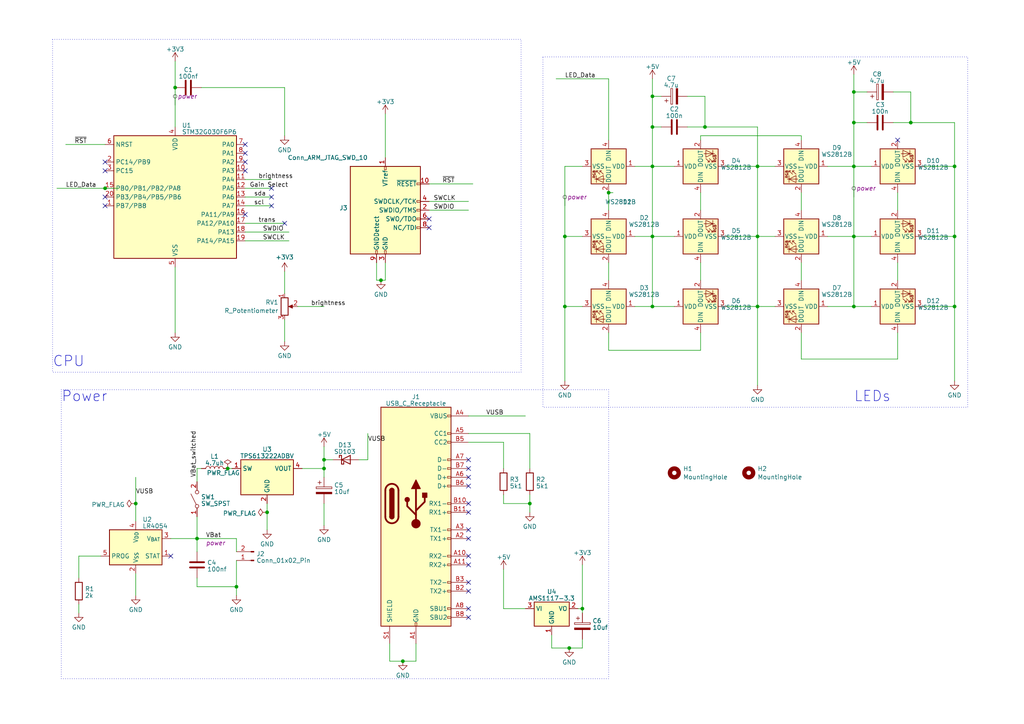
<source format=kicad_sch>
(kicad_sch (version 20231120) (generator "eeschema") (generator_version "8.0")
  (paper "A4")
  (lib_symbols
    (symbol "Battery_Management:MCP73831-2-OT"
      (property "Reference" "U" (at -7.62 6.35 0))
      (property "Value" "MCP73831-2-OT" (at 1.27 6.35 0))
      (symbol "MCP73831-2-OT_0_1"
        (rectangle (start -7.62 5.08) (end 7.62 -5.08) (stroke (width 0.254)) (fill (type background)))
      )
      (symbol "MCP73831-2-OT_1_1"
        (pin output line (at 10.16 -2.54 180) (length 2.54) (name "STAT") (number "1"))
        (pin power_in line (at 0 -7.62 90) (length 2.54) (name "V_{SS}") (number "2"))
        (pin power_out line (at 10.16 2.54 180) (length 2.54) (name "V_{BAT}") (number "3"))
        (pin power_in line (at 0 7.62 270) (length 2.54) (name "V_{DD}") (number "4"))
        (pin input line (at -10.16 -2.54 0) (length 2.54) (name "PROG") (number "5"))
      )
    )
    (symbol "Connector:Conn_01x02_Pin" (pin_names (offset 1.016) hide)
      (property "Reference" "J" (at 0 2.54 0))
      (property "Value" "Conn_01x02_Pin" (at 0 -5.08 0))
      (symbol "Conn_01x02_Pin_1_1"
        (polyline (pts (xy 1.27 -2.54) (xy 0.8636 -2.54)) (stroke (width 0.1524)))
        (polyline (pts (xy 1.27 0) (xy 0.8636 0)) (stroke (width 0.1524)))
        (rectangle (start 0.8636 -2.413) (end 0 -2.667) (stroke (width 0.1524)) (fill (type outline)))
        (rectangle (start 0.8636 0.127) (end 0 -0.127) (stroke (width 0.1524)) (fill (type outline)))
        (pin passive line (at 5.08 0 180) (length 3.81) (name "Pin_1") (number "1"))
        (pin passive line (at 5.08 -2.54 180) (length 3.81) (name "Pin_2") (number "2"))
      )
    )
    (symbol "Connector:Conn_ARM_JTAG_SWD_10" (pin_names (offset 1.016))
      (property "Reference" "J" (at -2.54 16.51 0))
      (property "Value" "Conn_ARM_JTAG_SWD_10" (at -2.54 13.97 0))
      (symbol "Conn_ARM_JTAG_SWD_10_0_1"
        (rectangle (start -10.16 12.7) (end 10.16 -12.7) (stroke (width 0.254)) (fill (type background)))
        (rectangle (start -2.794 -12.7) (end -2.286 -11.684))
        (rectangle (start -0.254 -12.7) (end 0.254 -11.684))
        (rectangle (start -0.254 12.7) (end 0.254 11.684))
        (rectangle (start 9.144 2.286) (end 10.16 2.794))
        (rectangle (start 10.16 -2.794) (end 9.144 -2.286))
        (rectangle (start 10.16 -0.254) (end 9.144 0.254))
        (rectangle (start 10.16 7.874) (end 9.144 7.366))
      )
      (symbol "Conn_ARM_JTAG_SWD_10_1_1"
        (rectangle (start 9.144 -5.334) (end 10.16 -4.826))
        (pin power_in line (at 0 15.24 270) (length 2.54) (name "VTref") (number "1"))
        (pin open_collector line (at 12.7 7.62 180) (length 2.54) (name "~{RESET}") (number "10"))
        (pin bidirectional line (at 12.7 0 180) (length 2.54) (name "SWDIO/TMS") (number "2"))
        (pin power_in line (at 0 -15.24 90) (length 2.54) (name "GND") (number "3"))
        (pin output line (at 12.7 2.54 180) (length 2.54) (name "SWDCLK/TCK") (number "4"))
        (pin passive line (at 0 -15.24 90) (length 2.54) hide (name "GND") (number "5"))
        (pin input line (at 12.7 -2.54 180) (length 2.54) (name "SWO/TDO") (number "6"))
        (pin no_connect line (at -10.16 0 0) (length 2.54) hide (name "KEY") (number "7"))
        (pin output line (at 12.7 -5.08 180) (length 2.54) (name "NC/TDI") (number "8"))
        (pin passive line (at -2.54 -15.24 90) (length 2.54) (name "GNDDetect") (number "9"))
      )
    )
    (symbol "Connector:USB_C_Receptacle" (pin_names (offset 1.016))
      (property "Reference" "J" (at -10.16 29.21 0))
      (property "Value" "USB_C_Receptacle" (at 10.16 29.21 0))
      (symbol "USB_C_Receptacle_0_0"
        (rectangle (start -0.254 -35.56) (end 0.254 -34.544))
        (rectangle (start 10.16 -32.766) (end 9.144 -33.274))
        (rectangle (start 10.16 -30.226) (end 9.144 -30.734))
        (rectangle (start 10.16 -25.146) (end 9.144 -25.654))
        (rectangle (start 10.16 -22.606) (end 9.144 -23.114))
        (rectangle (start 10.16 -17.526) (end 9.144 -18.034))
        (rectangle (start 10.16 -14.986) (end 9.144 -15.494))
        (rectangle (start 10.16 -9.906) (end 9.144 -10.414))
        (rectangle (start 10.16 -7.366) (end 9.144 -7.874))
        (rectangle (start 10.16 -2.286) (end 9.144 -2.794))
        (rectangle (start 10.16 0.254) (end 9.144 -0.254))
        (rectangle (start 10.16 5.334) (end 9.144 4.826))
        (rectangle (start 10.16 7.874) (end 9.144 7.366))
        (rectangle (start 10.16 10.414) (end 9.144 9.906))
        (rectangle (start 10.16 12.954) (end 9.144 12.446))
        (rectangle (start 10.16 18.034) (end 9.144 17.526))
        (rectangle (start 10.16 20.574) (end 9.144 20.066))
        (rectangle (start 10.16 25.654) (end 9.144 25.146))
      )
      (symbol "USB_C_Receptacle_0_1"
        (rectangle (start -10.16 27.94) (end 10.16 -35.56) (stroke (width 0.254)) (fill (type background)))
        (arc (start -8.89 -3.81) (mid -6.985 -5.7067) (end -5.08 -3.81) (stroke (width 0.508)))
        (arc (start -7.62 -3.81) (mid -6.985 -4.4423) (end -6.35 -3.81) (stroke (width 0.254)))
        (arc (start -7.62 -3.81) (mid -6.985 -4.4423) (end -6.35 -3.81) (stroke (width 0.254)) (fill (type outline)))
        (rectangle (start -7.62 -3.81) (end -6.35 3.81) (stroke (width 0.254)) (fill (type outline)))
        (arc (start -6.35 3.81) (mid -6.985 4.4423) (end -7.62 3.81) (stroke (width 0.254)))
        (arc (start -6.35 3.81) (mid -6.985 4.4423) (end -7.62 3.81) (stroke (width 0.254)) (fill (type outline)))
        (arc (start -5.08 3.81) (mid -6.985 5.7067) (end -8.89 3.81) (stroke (width 0.508)))
        (polyline (pts (xy -8.89 -3.81) (xy -8.89 3.81)) (stroke (width 0.508)))
        (polyline (pts (xy -5.08 3.81) (xy -5.08 -3.81)) (stroke (width 0.508)))
      )
      (symbol "USB_C_Receptacle_1_1"
        (circle (center -2.54 1.143) (radius 0.635) (stroke (width 0.254)) (fill (type outline)))
        (circle (center 0 -5.842) (radius 1.27) (fill (type outline)))
        (polyline (pts (xy 0 -5.842) (xy 0 4.318)) (stroke (width 0.508)))
        (polyline (pts (xy 0 -3.302) (xy -2.54 -0.762) (xy -2.54 0.508)) (stroke (width 0.508)))
        (polyline (pts (xy 0 -2.032) (xy 2.54 0.508) (xy 2.54 1.778)) (stroke (width 0.508)))
        (polyline (pts (xy -1.27 4.318) (xy 0 6.858) (xy 1.27 4.318) (xy -1.27 4.318)) (stroke (width 0.254)) (fill (type outline)))
        (rectangle (start 1.905 1.778) (end 3.175 3.048) (stroke (width 0.254)) (fill (type outline)))
        (pin passive line (at 0 -40.64 90) (length 5.08) (name "GND") (number "A1"))
        (pin bidirectional line (at 15.24 -15.24 180) (length 5.08) (name "RX2-") (number "A10"))
        (pin bidirectional line (at 15.24 -17.78 180) (length 5.08) (name "RX2+") (number "A11"))
        (pin passive line (at 0 -40.64 90) (length 5.08) hide (name "GND") (number "A12"))
        (pin bidirectional line (at 15.24 -10.16 180) (length 5.08) (name "TX1+") (number "A2"))
        (pin bidirectional line (at 15.24 -7.62 180) (length 5.08) (name "TX1-") (number "A3"))
        (pin passive line (at 15.24 25.4 180) (length 5.08) (name "VBUS") (number "A4"))
        (pin bidirectional line (at 15.24 20.32 180) (length 5.08) (name "CC1") (number "A5"))
        (pin bidirectional line (at 15.24 7.62 180) (length 5.08) (name "D+") (number "A6"))
        (pin bidirectional line (at 15.24 12.7 180) (length 5.08) (name "D-") (number "A7"))
        (pin bidirectional line (at 15.24 -30.48 180) (length 5.08) (name "SBU1") (number "A8"))
        (pin passive line (at 15.24 25.4 180) (length 5.08) hide (name "VBUS") (number "A9"))
        (pin passive line (at 0 -40.64 90) (length 5.08) hide (name "GND") (number "B1"))
        (pin bidirectional line (at 15.24 0 180) (length 5.08) (name "RX1-") (number "B10"))
        (pin bidirectional line (at 15.24 -2.54 180) (length 5.08) (name "RX1+") (number "B11"))
        (pin passive line (at 0 -40.64 90) (length 5.08) hide (name "GND") (number "B12"))
        (pin bidirectional line (at 15.24 -25.4 180) (length 5.08) (name "TX2+") (number "B2"))
        (pin bidirectional line (at 15.24 -22.86 180) (length 5.08) (name "TX2-") (number "B3"))
        (pin passive line (at 15.24 25.4 180) (length 5.08) hide (name "VBUS") (number "B4"))
        (pin bidirectional line (at 15.24 17.78 180) (length 5.08) (name "CC2") (number "B5"))
        (pin bidirectional line (at 15.24 5.08 180) (length 5.08) (name "D+") (number "B6"))
        (pin bidirectional line (at 15.24 10.16 180) (length 5.08) (name "D-") (number "B7"))
        (pin bidirectional line (at 15.24 -33.02 180) (length 5.08) (name "SBU2") (number "B8"))
        (pin passive line (at 15.24 25.4 180) (length 5.08) hide (name "VBUS") (number "B9"))
        (pin passive line (at -7.62 -40.64 90) (length 5.08) (name "SHIELD") (number "S1"))
      )
    )
    (symbol "Device:C" (pin_numbers hide) (pin_names (offset 0.254))
      (property "Reference" "C" (at 0.635 2.54 0))
      (property "Value" "C" (at 0.635 -2.54 0))
      (symbol "C_0_1"
        (polyline (pts (xy -2.032 -0.762) (xy 2.032 -0.762)) (stroke (width 0.508)))
        (polyline (pts (xy -2.032 0.762) (xy 2.032 0.762)) (stroke (width 0.508)))
      )
      (symbol "C_1_1"
        (pin passive line (at 0 3.81 270) (length 2.794) (name "~") (number "1"))
        (pin passive line (at 0 -3.81 90) (length 2.794) (name "~") (number "2"))
      )
    )
    (symbol "Device:C_Polarized" (pin_numbers hide) (pin_names (offset 0.254))
      (property "Reference" "C" (at 0.635 2.54 0))
      (property "Value" "C_Polarized" (at 0.635 -2.54 0))
      (symbol "C_Polarized_0_1"
        (rectangle (start -2.286 0.508) (end 2.286 1.016))
        (polyline (pts (xy -1.778 2.286) (xy -0.762 2.286)))
        (polyline (pts (xy -1.27 2.794) (xy -1.27 1.778)))
        (rectangle (start 2.286 -0.508) (end -2.286 -1.016) (fill (type outline)))
      )
      (symbol "C_Polarized_1_1"
        (pin passive line (at 0 3.81 270) (length 2.794) (name "~") (number "1"))
        (pin passive line (at 0 -3.81 90) (length 2.794) (name "~") (number "2"))
      )
    )
    (symbol "Device:D_Schottky" (pin_numbers hide) (pin_names (offset 1.016) hide)
      (property "Reference" "D" (at 0 2.54 0))
      (property "Value" "D_Schottky" (at 0 -2.54 0))
      (symbol "D_Schottky_0_1"
        (polyline (pts (xy 1.27 0) (xy -1.27 0)))
        (polyline (pts (xy 1.27 1.27) (xy 1.27 -1.27) (xy -1.27 0) (xy 1.27 1.27)) (stroke (width 0.254)))
        (polyline (pts (xy -1.905 0.635) (xy -1.905 1.27) (xy -1.27 1.27) (xy -1.27 -1.27) (xy -0.635 -1.27) (xy -0.635 -0.635)) (stroke (width 0.254)))
      )
      (symbol "D_Schottky_1_1"
        (pin passive line (at -3.81 0 0) (length 2.54) (name "K") (number "1"))
        (pin passive line (at 3.81 0 180) (length 2.54) (name "A") (number "2"))
      )
    )
    (symbol "Device:L" (pin_numbers hide) (pin_names (offset 1.016) hide)
      (property "Reference" "L" (at -1.27 0 90))
      (property "Value" "L" (at 1.905 0 90))
      (symbol "L_0_1"
        (arc (start 0 -2.54) (mid 0.6323 -1.905) (end 0 -1.27))
        (arc (start 0 -1.27) (mid 0.6323 -0.635) (end 0 0))
        (arc (start 0 0) (mid 0.6323 0.635) (end 0 1.27))
        (arc (start 0 1.27) (mid 0.6323 1.905) (end 0 2.54))
      )
      (symbol "L_1_1"
        (pin passive line (at 0 3.81 270) (length 1.27) (name "1") (number "1"))
        (pin passive line (at 0 -3.81 90) (length 1.27) (name "2") (number "2"))
      )
    )
    (symbol "Device:R" (pin_numbers hide) (pin_names (offset 0))
      (property "Reference" "R" (at 2.032 0 90))
      (property "Value" "R" (at 0 0 90))
      (symbol "R_0_1"
        (rectangle (start -1.016 -2.54) (end 1.016 2.54) (stroke (width 0.254)))
      )
      (symbol "R_1_1"
        (pin passive line (at 0 3.81 270) (length 1.27) (name "~") (number "1"))
        (pin passive line (at 0 -3.81 90) (length 1.27) (name "~") (number "2"))
      )
    )
    (symbol "Device:R_Potentiometer" (pin_names (offset 1.016) hide)
      (property "Reference" "RV" (at -4.445 0 90))
      (property "Value" "R_Potentiometer" (at -2.54 0 90))
      (symbol "R_Potentiometer_0_1"
        (polyline (pts (xy 2.54 0) (xy 1.524 0)))
        (polyline (pts (xy 1.143 0) (xy 2.286 0.508) (xy 2.286 -0.508) (xy 1.143 0)) (fill (type outline)))
        (rectangle (start 1.016 2.54) (end -1.016 -2.54) (stroke (width 0.254)))
      )
      (symbol "R_Potentiometer_1_1"
        (pin passive line (at 0 3.81 270) (length 1.27) (name "1") (number "1"))
        (pin passive line (at 3.81 0 180) (length 1.27) (name "2") (number "2"))
        (pin passive line (at 0 -3.81 90) (length 1.27) (name "3") (number "3"))
      )
    )
    (symbol "LED:WS2812B" (pin_names (offset 0.254))
      (property "Reference" "D" (at 5.08 5.715 0))
      (property "Value" "WS2812B" (at 1.27 -5.715 0))
      (symbol "WS2812B_0_0"
        (text "RGB" (at 2.286 -4.191 0) (effects (font (size 0.762 0.762))))
      )
      (symbol "WS2812B_0_1"
        (polyline (pts (xy 1.27 -3.556) (xy 1.778 -3.556)))
        (polyline (pts (xy 1.27 -2.54) (xy 1.778 -2.54)))
        (polyline (pts (xy 4.699 -3.556) (xy 2.667 -3.556)))
        (polyline (pts (xy 2.286 -2.54) (xy 1.27 -3.556) (xy 1.27 -3.048)))
        (polyline (pts (xy 2.286 -1.524) (xy 1.27 -2.54) (xy 1.27 -2.032)))
        (polyline (pts (xy 3.683 -1.016) (xy 3.683 -3.556) (xy 3.683 -4.064)))
        (polyline (pts (xy 4.699 -1.524) (xy 2.667 -1.524) (xy 3.683 -3.556) (xy 4.699 -1.524)))
        (rectangle (start 5.08 5.08) (end -5.08 -5.08) (stroke (width 0.254)) (fill (type background)))
      )
      (symbol "WS2812B_1_1"
        (pin power_in line (at 0 7.62 270) (length 2.54) (name "VDD") (number "1"))
        (pin output line (at 7.62 0 180) (length 2.54) (name "DOUT") (number "2"))
        (pin power_in line (at 0 -7.62 90) (length 2.54) (name "VSS") (number "3"))
        (pin input line (at -7.62 0 0) (length 2.54) (name "DIN") (number "4"))
      )
    )
    (symbol "MCU_ST_STM32G0:STM32G030F6Px"
      (property "Reference" "U" (at -17.78 19.05 0))
      (property "Value" "STM32G030F6Px" (at 2.54 19.05 0))
      (symbol "STM32G030F6Px_0_1"
        (rectangle (start -17.78 -17.78) (end 17.78 17.78) (stroke (width 0.254)) (fill (type background)))
      )
      (symbol "STM32G030F6Px_1_1"
        (pin bidirectional line (at -20.32 -2.54 0) (length 2.54) (name "PB7/PB8") (number "1"))
        (pin bidirectional line (at 20.32 7.62 180) (length 2.54) (name "PA3") (number "10"))
        (pin bidirectional line (at 20.32 5.08 180) (length 2.54) (name "PA4") (number "11"))
        (pin bidirectional line (at 20.32 2.54 180) (length 2.54) (name "PA5") (number "12"))
        (pin bidirectional line (at 20.32 0 180) (length 2.54) (name "PA6") (number "13"))
        (pin bidirectional line (at 20.32 -2.54 180) (length 2.54) (name "PA7") (number "14"))
        (pin bidirectional line (at -20.32 2.54 0) (length 2.54) (name "PB0/PB1/PB2/PA8") (number "15"))
        (pin bidirectional line (at 20.32 -5.08 180) (length 2.54) (name "PA11/PA9") (number "16"))
        (pin bidirectional line (at 20.32 -7.62 180) (length 2.54) (name "PA12/PA10") (number "17"))
        (pin bidirectional line (at 20.32 -10.16 180) (length 2.54) (name "PA13") (number "18"))
        (pin bidirectional line (at 20.32 -12.7 180) (length 2.54) (name "PA14/PA15") (number "19"))
        (pin bidirectional line (at -20.32 10.16 0) (length 2.54) (name "PC14/PB9") (number "2"))
        (pin bidirectional line (at -20.32 0 0) (length 2.54) (name "PB3/PB4/PB5/PB6") (number "20"))
        (pin bidirectional line (at -20.32 7.62 0) (length 2.54) (name "PC15") (number "3"))
        (pin power_in line (at 0 20.32 270) (length 2.54) (name "VDD") (number "4"))
        (pin power_in line (at 0 -20.32 90) (length 2.54) (name "VSS") (number "5"))
        (pin input line (at -20.32 15.24 0) (length 2.54) (name "NRST") (number "6"))
        (pin bidirectional line (at 20.32 15.24 180) (length 2.54) (name "PA0") (number "7"))
        (pin bidirectional line (at 20.32 12.7 180) (length 2.54) (name "PA1") (number "8"))
        (pin bidirectional line (at 20.32 10.16 180) (length 2.54) (name "PA2") (number "9"))
      )
    )
    (symbol "Mechanical:MountingHole" (pin_names (offset 1.016))
      (property "Reference" "H" (at 0 5.08 0))
      (property "Value" "MountingHole" (at 0 3.175 0))
      (symbol "MountingHole_0_1"
        (circle (center 0 0) (radius 1.27) (stroke (width 1.27)))
      )
    )
    (symbol "Regulator_Linear:AMS1117-3.3"
      (property "Reference" "U" (at -3.81 3.175 0))
      (property "Value" "AMS1117-3.3" (at 0 3.175 0))
      (symbol "AMS1117-3.3_0_1"
        (rectangle (start -5.08 -5.08) (end 5.08 1.905) (stroke (width 0.254)) (fill (type background)))
      )
      (symbol "AMS1117-3.3_1_1"
        (pin power_in line (at 0 -7.62 90) (length 2.54) (name "GND") (number "1"))
        (pin power_out line (at 7.62 0 180) (length 2.54) (name "VO") (number "2"))
        (pin power_in line (at -7.62 0 0) (length 2.54) (name "VI") (number "3"))
      )
    )
    (symbol "Regulator_Switching:TPS613222ADBV"
      (property "Reference" "U" (at -7.62 6.35 0))
      (property "Value" "TPS613222ADBV" (at 2.54 6.35 0))
      (symbol "TPS613222ADBV_0_1"
        (rectangle (start -7.62 5.08) (end 7.62 -5.08) (stroke (width 0.254)) (fill (type background)))
      )
      (symbol "TPS613222ADBV_1_1"
        (pin power_in line (at -10.16 2.54 0) (length 2.54) (name "SW") (number "1"))
        (pin power_in line (at 0 -7.62 90) (length 2.54) (name "GND") (number "2"))
        (pin no_connect line (at -7.62 -2.54 0) (length 2.54) hide (name "NC") (number "3"))
        (pin power_out line (at 10.16 2.54 180) (length 2.54) (name "VOUT") (number "4"))
        (pin no_connect line (at 7.62 -2.54 180) (length 2.54) hide (name "NC") (number "5"))
      )
    )
    (symbol "Switch:SW_SPST" (pin_names (offset 0) hide)
      (property "Reference" "SW" (at 0 3.175 0))
      (property "Value" "SW_SPST" (at 0 -2.54 0))
      (symbol "SW_SPST_0_0"
        (circle (center -2.032 0) (radius 0.508))
        (polyline (pts (xy -1.524 0.254) (xy 1.524 1.778)))
        (circle (center 2.032 0) (radius 0.508))
      )
      (symbol "SW_SPST_1_1"
        (pin passive line (at -5.08 0 0) (length 2.54) (name "A") (number "1"))
        (pin passive line (at 5.08 0 180) (length 2.54) (name "B") (number "2"))
      )
    )
    (symbol "power:+3V3" (power) (pin_names (offset 0))
      (property "Value" "+3V3" (at 0 3.556 0))
      (symbol "+3V3_0_1"
        (polyline (pts (xy -0.762 1.27) (xy 0 2.54)))
        (polyline (pts (xy 0 0) (xy 0 2.54)))
        (polyline (pts (xy 0 2.54) (xy 0.762 1.27)))
      )
      (symbol "+3V3_1_1"
        (pin power_in line (at 0 0 90) (length 0) hide (name "+3V3") (number "1"))
      )
    )
    (symbol "power:+5V" (power) (pin_names (offset 0))
      (property "Value" "+5V" (at 0 3.556 0))
      (symbol "+5V_0_1"
        (polyline (pts (xy -0.762 1.27) (xy 0 2.54)))
        (polyline (pts (xy 0 0) (xy 0 2.54)))
        (polyline (pts (xy 0 2.54) (xy 0.762 1.27)))
      )
      (symbol "+5V_1_1"
        (pin power_in line (at 0 0 90) (length 0) hide (name "+5V") (number "1"))
      )
    )
    (symbol "power:GND" (power) (pin_names (offset 0))
      (property "Value" "GND" (at 0 -3.81 0))
      (symbol "GND_0_1"
        (polyline (pts (xy 0 0) (xy 0 -1.27) (xy 1.27 -1.27) (xy 0 -2.54) (xy -1.27 -1.27) (xy 0 -1.27)))
      )
      (symbol "GND_1_1"
        (pin power_in line (at 0 0 270) (length 0) hide (name "GND") (number "1"))
      )
    )
    (symbol "power:PWR_FLAG" (power) (pin_numbers hide) (pin_names (offset 0) hide)
      (property "Value" "PWR_FLAG" (at 0 3.81 0))
      (symbol "PWR_FLAG_0_0"
        (pin power_out line (at 0 0 90) (length 0) (name "pwr") (number "1"))
      )
      (symbol "PWR_FLAG_0_1"
        (polyline (pts (xy 0 0) (xy 0 1.27) (xy -1.016 1.905) (xy 0 2.54) (xy 1.016 1.905) (xy 0 1.27)))
      )
    )
  )
  (junction (at 204.47 36.83))
  (junction (at 189.23 36.83))
  (junction (at 219.71 48.26))
  (junction (at 68.58 170.18))
  (junction (at 165.1 187.96))
  (junction (at 39.37 146.05))
  (junction (at 189.23 88.9))
  (junction (at 153.67 146.05))
  (junction (at 247.65 88.9))
  (junction (at 189.23 68.58))
  (junction (at 93.98 135.89))
  (junction (at 189.23 27.94))
  (junction (at 219.71 88.9))
  (junction (at 276.86 88.9))
  (junction (at 93.98 133.35))
  (junction (at 163.83 68.58))
  (junction (at 110.49 81.28))
  (junction (at 168.91 176.53))
  (junction (at 247.65 35.56))
  (junction (at 276.86 48.26))
  (junction (at 30.48 54.61))
  (junction (at 189.23 48.26))
  (junction (at 57.15 156.21))
  (junction (at 66.04 135.89))
  (junction (at 219.71 68.58))
  (junction (at 50.8 25.4))
  (junction (at 163.83 88.9))
  (junction (at 264.16 35.56))
  (junction (at 77.47 148.59))
  (junction (at 116.84 191.77))
  (junction (at 247.65 68.58))
  (junction (at 176.53 55.88))
  (junction (at 247.65 48.26))
  (junction (at 276.86 68.58))
  (junction (at 247.65 26.67))
  (no_connect (at 78.74 57.15))
  (no_connect (at 49.53 161.29))
  (no_connect (at 71.12 49.53))
  (no_connect (at 260.35 40.64))
  (no_connect (at 30.48 59.69))
  (no_connect (at 78.74 54.61))
  (no_connect (at 71.12 44.45))
  (no_connect (at 135.89 156.21))
  (no_connect (at 135.89 171.45))
  (no_connect (at 30.48 49.53))
  (no_connect (at 135.89 148.59))
  (no_connect (at 30.48 46.99))
  (no_connect (at 30.48 57.15))
  (no_connect (at 135.89 146.05))
  (no_connect (at 78.74 59.69))
  (no_connect (at 135.89 153.67))
  (no_connect (at 135.89 140.97))
  (no_connect (at 135.89 135.89))
  (no_connect (at 71.12 62.23))
  (no_connect (at 135.89 176.53))
  (no_connect (at 124.46 63.5))
  (no_connect (at 135.89 161.29))
  (no_connect (at 71.12 41.91))
  (no_connect (at 135.89 133.35))
  (no_connect (at 135.89 168.91))
  (no_connect (at 82.55 64.77))
  (no_connect (at 135.89 163.83))
  (no_connect (at 135.89 138.43))
  (no_connect (at 135.89 179.07))
  (no_connect (at 124.46 66.04))
  (no_connect (at 71.12 46.99))
  (wire (pts (xy 210.82 88.9) (xy 219.71 88.9)))
  (wire (pts (xy 247.65 88.9) (xy 252.73 88.9)))
  (wire (pts (xy 259.08 35.56) (xy 264.16 35.56)))
  (wire (pts (xy 176.53 55.88) (xy 176.53 60.96)))
  (wire (pts (xy 247.65 26.67) (xy 247.65 35.56)))
  (wire (pts (xy 219.71 68.58) (xy 224.79 68.58)))
  (wire (pts (xy 111.76 33.02) (xy 111.76 45.72)))
  (wire (pts (xy 93.98 133.35) (xy 93.98 135.89)))
  (wire (pts (xy 232.41 39.37) (xy 232.41 40.64)))
  (wire (pts (xy 57.15 135.89) (xy 58.42 135.89)))
  (wire (pts (xy 93.98 135.89) (xy 93.98 138.43)))
  (wire (pts (xy 219.71 88.9) (xy 219.71 111.76)))
  (wire (pts (xy 82.55 25.4) (xy 82.55 39.37)))
  (wire (pts (xy 135.89 128.27) (xy 146.05 128.27)))
  (wire (pts (xy 163.83 88.9) (xy 168.91 88.9)))
  (wire (pts (xy 16.51 54.61) (xy 30.48 54.61)))
  (wire (pts (xy 50.8 25.4) (xy 50.8 36.83)))
  (wire (pts (xy 152.4 176.53) (xy 146.05 176.53)))
  (wire (pts (xy 184.15 48.26) (xy 189.23 48.26)))
  (wire (pts (xy 210.82 48.26) (xy 219.71 48.26)))
  (wire (pts (xy 87.63 135.89) (xy 93.98 135.89)))
  (wire (pts (xy 176.53 76.2) (xy 176.53 81.28)))
  (wire (pts (xy 276.86 48.26) (xy 276.86 68.58)))
  (wire (pts (xy 189.23 68.58) (xy 195.58 68.58)))
  (wire (pts (xy 232.41 76.2) (xy 232.41 81.28)))
  (wire (pts (xy 168.91 176.53) (xy 168.91 163.83)))
  (wire (pts (xy 120.65 186.69) (xy 120.65 191.77)))
  (wire (pts (xy 163.83 48.26) (xy 163.83 68.58)))
  (wire (pts (xy 264.16 35.56) (xy 276.86 35.56)))
  (wire (pts (xy 146.05 143.51) (xy 146.05 146.05)))
  (wire (pts (xy 232.41 55.88) (xy 232.41 60.96)))
  (wire (pts (xy 124.46 60.96) (xy 135.89 60.96)))
  (wire (pts (xy 189.23 22.86) (xy 189.23 27.94)))
  (wire (pts (xy 68.58 162.56) (xy 68.58 170.18)))
  (wire (pts (xy 93.98 129.54) (xy 93.98 133.35)))
  (wire (pts (xy 176.53 40.64) (xy 176.53 22.86)))
  (wire (pts (xy 146.05 165.1) (xy 146.05 176.53)))
  (wire (pts (xy 240.03 48.26) (xy 247.65 48.26)))
  (wire (pts (xy 71.12 57.15) (xy 78.74 57.15)))
  (wire (pts (xy 189.23 27.94) (xy 191.77 27.94)))
  (wire (pts (xy 86.36 88.9) (xy 93.98 88.9)))
  (wire (pts (xy 232.41 104.14) (xy 260.35 104.14)))
  (wire (pts (xy 260.35 76.2) (xy 260.35 81.28)))
  (wire (pts (xy 264.16 26.67) (xy 264.16 35.56)))
  (wire (pts (xy 135.89 120.65) (xy 152.4 120.65)))
  (wire (pts (xy 259.08 26.67) (xy 264.16 26.67)))
  (wire (pts (xy 29.21 161.29) (xy 22.86 161.29)))
  (wire (pts (xy 124.46 58.42) (xy 135.89 58.42)))
  (wire (pts (xy 57.15 170.18) (xy 68.58 170.18)))
  (wire (pts (xy 247.65 48.26) (xy 247.65 68.58)))
  (wire (pts (xy 168.91 187.96) (xy 165.1 187.96)))
  (wire (pts (xy 247.65 21.59) (xy 247.65 26.67)))
  (wire (pts (xy 189.23 68.58) (xy 189.23 88.9)))
  (wire (pts (xy 240.03 88.9) (xy 247.65 88.9)))
  (wire (pts (xy 106.68 125.73) (xy 106.68 133.35)))
  (wire (pts (xy 267.97 48.26) (xy 276.86 48.26)))
  (wire (pts (xy 57.15 149.86) (xy 57.15 156.21)))
  (wire (pts (xy 116.84 191.77) (xy 120.65 191.77)))
  (wire (pts (xy 240.03 68.58) (xy 247.65 68.58)))
  (wire (pts (xy 267.97 68.58) (xy 276.86 68.58)))
  (wire (pts (xy 71.12 69.85) (xy 83.82 69.85)))
  (wire (pts (xy 168.91 48.26) (xy 163.83 48.26)))
  (wire (pts (xy 168.91 176.53) (xy 167.64 176.53)))
  (wire (pts (xy 210.82 68.58) (xy 219.71 68.58)))
  (wire (pts (xy 232.41 96.52) (xy 232.41 104.14)))
  (wire (pts (xy 71.12 64.77) (xy 82.55 64.77)))
  (wire (pts (xy 247.65 26.67) (xy 251.46 26.67)))
  (wire (pts (xy 160.02 187.96) (xy 160.02 184.15)))
  (wire (pts (xy 39.37 166.37) (xy 39.37 172.72)))
  (wire (pts (xy 199.39 27.94) (xy 204.47 27.94)))
  (wire (pts (xy 184.15 68.58) (xy 189.23 68.58)))
  (wire (pts (xy 57.15 156.21) (xy 68.58 156.21)))
  (wire (pts (xy 276.86 88.9) (xy 276.86 110.49)))
  (wire (pts (xy 219.71 88.9) (xy 224.79 88.9)))
  (wire (pts (xy 135.89 125.73) (xy 153.67 125.73)))
  (wire (pts (xy 111.76 76.2) (xy 111.76 81.28)))
  (wire (pts (xy 168.91 176.53) (xy 168.91 177.8)))
  (wire (pts (xy 82.55 92.71) (xy 82.55 99.06)))
  (wire (pts (xy 163.83 68.58) (xy 163.83 88.9)))
  (wire (pts (xy 203.2 39.37) (xy 232.41 39.37)))
  (wire (pts (xy 247.65 68.58) (xy 247.65 88.9)))
  (wire (pts (xy 203.2 40.64) (xy 203.2 39.37)))
  (wire (pts (xy 189.23 88.9) (xy 195.58 88.9)))
  (wire (pts (xy 163.83 68.58) (xy 168.91 68.58)))
  (wire (pts (xy 71.12 59.69) (xy 78.74 59.69)))
  (wire (pts (xy 66.04 135.89) (xy 67.31 135.89)))
  (wire (pts (xy 34.29 54.61) (xy 30.48 54.61)))
  (wire (pts (xy 146.05 128.27) (xy 146.05 135.89)))
  (wire (pts (xy 204.47 36.83) (xy 219.71 36.83)))
  (wire (pts (xy 260.35 60.96) (xy 260.35 55.88)))
  (wire (pts (xy 176.53 101.6) (xy 203.2 101.6)))
  (wire (pts (xy 22.86 175.26) (xy 22.86 177.8)))
  (wire (pts (xy 203.2 101.6) (xy 203.2 96.52)))
  (wire (pts (xy 177.8 55.88) (xy 176.53 55.88)))
  (wire (pts (xy 109.22 81.28) (xy 110.49 81.28)))
  (wire (pts (xy 93.98 133.35) (xy 96.52 133.35)))
  (wire (pts (xy 189.23 48.26) (xy 195.58 48.26)))
  (wire (pts (xy 104.14 133.35) (xy 106.68 133.35)))
  (wire (pts (xy 199.39 36.83) (xy 204.47 36.83)))
  (wire (pts (xy 247.65 68.58) (xy 252.73 68.58)))
  (wire (pts (xy 110.49 81.28) (xy 111.76 81.28)))
  (wire (pts (xy 204.47 27.94) (xy 204.47 36.83)))
  (wire (pts (xy 124.46 53.34) (xy 137.16 53.34)))
  (wire (pts (xy 82.55 78.74) (xy 82.55 85.09)))
  (wire (pts (xy 267.97 88.9) (xy 276.86 88.9)))
  (wire (pts (xy 57.15 156.21) (xy 57.15 160.02)))
  (wire (pts (xy 189.23 48.26) (xy 189.23 68.58)))
  (wire (pts (xy 39.37 146.05) (xy 39.37 151.13)))
  (wire (pts (xy 184.15 88.9) (xy 189.23 88.9)))
  (wire (pts (xy 153.67 125.73) (xy 153.67 135.89)))
  (wire (pts (xy 71.12 52.07) (xy 78.74 52.07)))
  (wire (pts (xy 276.86 35.56) (xy 276.86 48.26)))
  (wire (pts (xy 50.8 17.78) (xy 50.8 25.4)))
  (wire (pts (xy 22.86 161.29) (xy 22.86 167.64)))
  (wire (pts (xy 247.65 35.56) (xy 251.46 35.56)))
  (wire (pts (xy 219.71 48.26) (xy 224.79 48.26)))
  (wire (pts (xy 113.03 186.69) (xy 113.03 191.77)))
  (wire (pts (xy 50.8 77.47) (xy 50.8 96.52)))
  (wire (pts (xy 146.05 146.05) (xy 153.67 146.05)))
  (wire (pts (xy 153.67 146.05) (xy 153.67 148.59)))
  (wire (pts (xy 57.15 135.89) (xy 57.15 139.7)))
  (wire (pts (xy 77.47 146.05) (xy 77.47 148.59)))
  (wire (pts (xy 203.2 81.28) (xy 203.2 76.2)))
  (wire (pts (xy 93.98 146.05) (xy 93.98 152.4)))
  (wire (pts (xy 219.71 68.58) (xy 219.71 88.9)))
  (wire (pts (xy 276.86 68.58) (xy 276.86 88.9)))
  (wire (pts (xy 247.65 35.56) (xy 247.65 48.26)))
  (wire (pts (xy 219.71 36.83) (xy 219.71 48.26)))
  (wire (pts (xy 163.83 88.9) (xy 163.83 110.49)))
  (wire (pts (xy 189.23 36.83) (xy 191.77 36.83)))
  (wire (pts (xy 71.12 67.31) (xy 83.82 67.31)))
  (wire (pts (xy 153.67 143.51) (xy 153.67 146.05)))
  (wire (pts (xy 58.42 25.4) (xy 82.55 25.4)))
  (wire (pts (xy 260.35 104.14) (xy 260.35 96.52)))
  (wire (pts (xy 19.05 41.91) (xy 30.48 41.91)))
  (wire (pts (xy 71.12 54.61) (xy 78.74 54.61)))
  (wire (pts (xy 247.65 48.26) (xy 252.73 48.26)))
  (wire (pts (xy 189.23 36.83) (xy 189.23 48.26)))
  (wire (pts (xy 68.58 156.21) (xy 68.58 160.02)))
  (wire (pts (xy 49.53 156.21) (xy 57.15 156.21)))
  (wire (pts (xy 77.47 148.59) (xy 77.47 153.67)))
  (wire (pts (xy 161.29 22.86) (xy 176.53 22.86)))
  (wire (pts (xy 68.58 170.18) (xy 68.58 172.72)))
  (wire (pts (xy 39.37 138.43) (xy 39.37 146.05)))
  (wire (pts (xy 168.91 185.42) (xy 168.91 187.96)))
  (wire (pts (xy 109.22 76.2) (xy 109.22 81.28)))
  (wire (pts (xy 165.1 187.96) (xy 160.02 187.96)))
  (wire (pts (xy 189.23 27.94) (xy 189.23 36.83)))
  (wire (pts (xy 113.03 191.77) (xy 116.84 191.77)))
  (wire (pts (xy 57.15 167.64) (xy 57.15 170.18)))
  (wire (pts (xy 203.2 55.88) (xy 203.2 60.96)))
  (wire (pts (xy 176.53 96.52) (xy 176.53 101.6)))
  (wire (pts (xy 219.71 48.26) (xy 219.71 68.58)))
  (rectangle (start 157.48 16.51) (end 280.67 118.11) (stroke (width 0) (type dot)))
  (rectangle (start 15.24 11.43) (end 151.13 107.95) (stroke (width 0) (type dot)))
  (rectangle (start 17.78 113.03) (end 176.53 196.85) (stroke (width 0) (type dot)))
  (text "Power" (at 17.78 116.84 0) (effects (font (size 3 3)) (justify left bottom)))
  (text "CPU" (at 15.24 106.68 0) (effects (font (size 3 3)) (justify left bottom)))
  (text "LEDs" (at 247.65 116.84 0) (effects (font (size 3 3)) (justify left bottom)))
  (label "SWDIO" (at 125.73 60.96 0))
  (label "VUSB" (at 140.97 120.65 0))
  (label "SWCLK" (at 125.73 58.42 0))
  (label "~{RST}" (at 128.27 53.34 0))
  (label "Gain Select" (at 72.39 54.61 0))
  (label "~{RST}" (at 21.59 41.91 0))
  (label "LED_Data" (at 19.05 54.61 0))
  (label "LED_Data" (at 163.83 22.86 0))
  (label "scl" (at 73.66 59.69 0))
  (label "brightness" (at 74.93 52.07 0))
  (label "sda" (at 73.66 57.15 0))
  (label "trans" (at 74.93 64.77 0))
  (label "VBat_switched" (at 57.15 138.43 90))
  (label "brightness" (at 90.17 88.9 0))
  (label "VUSB" (at 39.37 143.51 0))
  (label "SWCLK" (at 76.2 69.85 0))
  (label "VBat" (at 59.69 156.21 0) (property "Netclass" "power" (at 59.69 157.48 0) (effects (font (italic yes)) (justify left))))
  (label "SWDIO" (at 76.2 67.31 0))
  (label "VUSB" (at 106.68 128.27 0))
  (netclass_flag "" (length 2.54) (shape round) (at 163.83 59.69 0) (property "Netclass" "power" (at 164.5285 57.15 0) (effects (font (italic yes)) (justify left))))
  (netclass_flag "" (length 2.54) (shape round) (at 247.65 57.15 0) (property "Netclass" "power" (at 248.3485 54.61 0) (effects (font (italic yes)) (justify left))))
  (netclass_flag "" (length 2.54) (shape round) (at 50.8 30.48 0) (property "Netclass" "power" (at 51.4985 27.94 0) (effects (font (italic yes)) (justify left))))
  (symbol (lib_id "power:GND") (at 116.84 191.77 0) (unit 1)
    (property "Reference" "#PWR011" (effects (hide yes)))
    (property "Value" "GND" (at 116.84 195.9055 0))
  )
  (symbol (lib_id "power:GND") (at 77.47 153.67 0) (unit 1)
    (property "Reference" "#PWR013" (effects (hide yes)))
    (property "Value" "GND" (at 77.47 157.8055 0))
  )
  (symbol (lib_id "LED:WS2812B") (at 176.53 68.58 270) (unit 1)
    (property "Reference" "D2" (at 186.8279 63.1823 90))
    (property "Value" "WS2812B" (at 186.8279 65.1033 90))
    (property "Footprint" "LED_SMD:LED_WS2812B_PLCC4_5.0x5.0mm_P3.2mm" (effects (hide yes)))
    (property "Datasheet" "https://cdn-shop.adafruit.com/datasheets/WS2812B.pdf" (effects (hide yes)))
    (property "LCSC" "C2843785" (effects (hide yes)))
    (property "LCSC Part" "C114586" (effects (hide yes)))
  )
  (symbol (lib_id "power:GND") (at 93.98 152.4 0) (unit 1)
    (property "Reference" "#PWR015" (effects (hide yes)))
    (property "Value" "GND" (at 93.98 156.5355 0))
  )
  (symbol (lib_id "power:GND") (at 68.58 172.72 0) (unit 1)
    (property "Reference" "#PWR09" (effects (hide yes)))
    (property "Value" "GND" (at 68.58 176.8555 0))
  )
  (symbol (lib_id "LED:WS2812B") (at 232.41 68.58 270) (unit 1)
    (property "Reference" "D8" (at 242.7079 63.1823 90))
    (property "Value" "WS2812B" (at 242.7079 65.1033 90))
    (property "Footprint" "LED_SMD:LED_WS2812B_PLCC4_5.0x5.0mm_P3.2mm" (effects (hide yes)))
    (property "Datasheet" "https://cdn-shop.adafruit.com/datasheets/WS2812B.pdf" (effects (hide yes)))
    (property "LCSC" "C2843785" (effects (hide yes)))
    (property "LCSC Part" "C114586" (effects (hide yes)))
  )
  (symbol (lib_id "Device:C") (at 255.27 35.56 90) (unit 1)
    (property "Reference" "C3" (at 255.27 30.3911 90))
    (property "Value" "100n" (at 255.27 32.3121 90))
    (property "Footprint" "Capacitor_SMD:C_0603_1608Metric" (effects (hide yes)))
    (property "LCSC" "C14663" (effects (hide yes)))
  )
  (symbol (lib_id "Connector:Conn_ARM_JTAG_SWD_10") (at 111.76 60.96 0) (unit 1)
    (property "Reference" "J3" (at 100.8381 60.3163 0) (effects (justify right)))
    (property "Value" "Conn_ARM_JTAG_SWD_10" (at 106.68 45.72 0) (effects (justify right)))
    (property "Footprint" "Connector_PinHeader_1.27mm:PinHeader_2x05_P1.27mm_Vertical_SMD" (effects (hide yes)))
    (property "Datasheet" "http://infocenter.arm.com/help/topic/com.arm.doc.ddi0314h/DDI0314H_coresight_components_trm.pdf" (effects (hide yes)))
    (property "LCSC Part" "C5160761" (effects (hide yes)))
    (property "LCSC" "C5160761" (effects (hide yes)))
  )
  (symbol (lib_id "power:+3V3") (at 82.55 78.74 0) (unit 1)
    (property "Reference" "#PWR022" (effects (hide yes)))
    (property "Value" "+3V3" (at 82.55 74.6069 0))
  )
  (symbol (lib_id "power:GND") (at 22.86 177.8 0) (unit 1)
    (property "Reference" "#PWR012" (effects (hide yes)))
    (property "Value" "GND" (at 22.86 181.9355 0))
  )
  (symbol (lib_id "power:PWR_FLAG") (at 66.04 135.89 0) (unit 1)
    (property "Reference" "#FLG02" (effects (hide yes)))
    (property "Value" "PWR_FLAG" (at 64.77 137.16 0))
  )
  (symbol (lib_id "power:+3V3") (at 168.91 163.83 0) (unit 1)
    (property "Reference" "#PWR017" (effects (hide yes)))
    (property "Value" "+3V3" (at 168.91 160.3281 0))
  )
  (symbol (lib_id "power:+5V") (at 93.98 129.54 0) (unit 1)
    (property "Reference" "#PWR014" (effects (hide yes)))
    (property "Value" "+5V" (at 93.98 126.0381 0))
  )
  (symbol (lib_id "power:PWR_FLAG") (at 39.37 146.05 90) (unit 1)
    (property "Reference" "#FLG01" (effects (hide yes)))
    (property "Value" "PWR_FLAG" (at 36.1951 146.3668 90) (effects (justify left)))
  )
  (symbol (lib_id "power:GND") (at 165.1 187.96 0) (unit 1)
    (property "Reference" "#PWR018" (effects (hide yes)))
    (property "Value" "GND" (at 165.1 192.0955 0))
  )
  (symbol (lib_id "Device:C_Polarized") (at 93.98 142.24 0) (unit 1)
    (property "Reference" "C5" (at 96.901 140.7073 0) (effects (justify left)))
    (property "Value" "10uf" (at 96.901 142.6283 0) (effects (justify left)))
    (property "Footprint" "Capacitor_SMD:CP_Elec_5x3" (effects (hide yes)))
    (property "LCSC" "C249450" (effects (hide yes)))
    (property "LCSC Part" "C249450" (effects (hide yes)))
  )
  (symbol (lib_id "LED:WS2812B") (at 232.41 88.9 270) (unit 1)
    (property "Reference" "D7" (at 242.7079 83.5023 90))
    (property "Value" "WS2812B" (at 242.7079 85.4233 90))
    (property "Footprint" "LED_SMD:LED_WS2812B_PLCC4_5.0x5.0mm_P3.2mm" (effects (hide yes)))
    (property "Datasheet" "https://cdn-shop.adafruit.com/datasheets/WS2812B.pdf" (effects (hide yes)))
    (property "LCSC" "C2843785" (effects (hide yes)))
    (property "LCSC Part" "C114586" (effects (hide yes)))
  )
  (symbol (lib_id "LED:WS2812B") (at 232.41 48.26 270) (unit 1)
    (property "Reference" "D9" (at 242.7079 42.8623 90))
    (property "Value" "WS2812B" (at 242.7079 44.7833 90))
    (property "Footprint" "LED_SMD:LED_WS2812B_PLCC4_5.0x5.0mm_P3.2mm" (effects (hide yes)))
    (property "Datasheet" "https://cdn-shop.adafruit.com/datasheets/WS2812B.pdf" (effects (hide yes)))
    (property "LCSC" "C2843785" (effects (hide yes)))
    (property "LCSC Part" "C114586" (effects (hide yes)))
  )
  (symbol (lib_id "Mechanical:MountingHole") (at 217.17 137.16 0) (unit 1)
    (property "Reference" "H2" (at 219.71 135.9479 0) (effects (justify left)))
    (property "Value" "MountingHole" (at 219.71 138.3721 0) (effects (justify left)))
    (property "Footprint" "MountingHole:MountingHole_2.5mm" (effects (hide yes)))
  )
  (symbol (lib_id "LED:WS2812B") (at 260.35 88.9 90) (unit 1)
    (property "Reference" "D12" (at 270.6479 87.2617 90))
    (property "Value" "WS2812B" (at 270.6479 89.1827 90))
    (property "Footprint" "LED_SMD:LED_WS2812B_PLCC4_5.0x5.0mm_P3.2mm" (effects (hide yes)))
    (property "Datasheet" "https://cdn-shop.adafruit.com/datasheets/WS2812B.pdf" (effects (hide yes)))
    (property "LCSC" "C2843785" (effects (hide yes)))
    (property "LCSC Part" "C114586" (effects (hide yes)))
  )
  (symbol (lib_id "Device:R_Potentiometer") (at 82.55 88.9 0) (unit 1)
    (property "Reference" "RV1" (at 80.772 87.6879 0) (effects (justify right)))
    (property "Value" "R_Potentiometer" (at 80.772 90.1121 0) (effects (justify right)))
    (property "Footprint" "Potentiometer_SMD:ALPSALPINE RS08U111Z001" (effects (hide yes)))
    (property "LCSC" "C202411" (effects (hide yes)))
  )
  (symbol (lib_id "power:GND") (at 39.37 172.72 0) (unit 1)
    (property "Reference" "#PWR010" (effects (hide yes)))
    (property "Value" "GND" (at 39.37 176.8555 0))
  )
  (symbol (lib_id "power:PWR_FLAG") (at 77.47 148.59 90) (unit 1)
    (property "Reference" "#FLG03" (effects (hide yes)))
    (property "Value" "PWR_FLAG" (at 74.2951 148.9068 90) (effects (justify left)))
  )
  (symbol (lib_id "Device:R") (at 146.05 139.7 0) (unit 1)
    (property "Reference" "R3" (at 147.828 139.0563 0) (effects (justify left)))
    (property "Value" "5k1" (at 147.828 140.9773 0) (effects (justify left)))
    (property "Footprint" "Resistor_SMD:R_0603_1608Metric" (effects (hide yes)))
    (property "LCSC" "C23186" (effects (hide yes)))
  )
  (symbol (lib_id "power:GND") (at 219.71 111.76 0) (unit 1)
    (property "Reference" "#PWR04" (effects (hide yes)))
    (property "Value" "GND" (at 219.71 115.8955 0))
  )
  (symbol (lib_id "Device:C") (at 54.61 25.4 90) (unit 1)
    (property "Reference" "C1" (at 54.61 20.2311 90))
    (property "Value" "100nf" (at 54.61 22.1521 90))
    (property "Footprint" "Capacitor_SMD:C_0603_1608Metric" (effects (hide yes)))
    (property "LCSC" "C14663" (effects (hide yes)))
  )
  (symbol (lib_id "Regulator_Linear:AMS1117-3.3") (at 160.02 176.53 0) (unit 1)
    (property "Reference" "U4" (at 160.02 171.6151 0))
    (property "Value" "AMS1117-3.3" (at 160.02 173.5361 0))
    (property "Footprint" "Package_TO_SOT_SMD:SOT-89-3" (effects (hide yes)))
    (property "Datasheet" "http://www.advanced-monolithic.com/pdf/ds1117.pdf" (effects (hide yes)))
    (property "LCSC Part" "C2904742" (effects (hide yes)))
    (property "LCSC" "C2904742" (effects (hide yes)))
  )
  (symbol (lib_id "LED:WS2812B") (at 176.53 88.9 270) (unit 1)
    (property "Reference" "D3" (at 186.8279 83.5023 90))
    (property "Value" "WS2812B" (at 186.8279 85.4233 90))
    (property "Footprint" "LED_SMD:LED_WS2812B_PLCC4_5.0x5.0mm_P3.2mm" (effects (hide yes)))
    (property "Datasheet" "https://cdn-shop.adafruit.com/datasheets/WS2812B.pdf" (effects (hide yes)))
    (property "LCSC" "C2843785" (effects (hide yes)))
    (property "LCSC Part" "C114586" (effects (hide yes)))
  )
  (symbol (lib_id "Mechanical:MountingHole") (at 195.58 137.16 0) (unit 1)
    (property "Reference" "H1" (at 198.12 135.9479 0) (effects (justify left)))
    (property "Value" "MountingHole" (at 198.12 138.3721 0) (effects (justify left)))
    (property "Footprint" "MountingHole:MountingHole_2.5mm" (effects (hide yes)))
  )
  (symbol (lib_id "power:GND") (at 50.8 96.52 0) (unit 1)
    (property "Reference" "#PWR06" (effects (hide yes)))
    (property "Value" "GND" (at 50.8 100.6555 0))
  )
  (symbol (lib_id "power:GND") (at 82.55 39.37 0) (unit 1)
    (property "Reference" "#PWR08" (effects (hide yes)))
    (property "Value" "GND" (at 82.55 43.5055 0))
  )
  (symbol (lib_id "Battery_Management:MCP73831-2-OT") (at 39.37 158.75 0) (unit 1)
    (property "Reference" "U2" (at 41.3259 150.6601 0) (effects (justify left)))
    (property "Value" "LR4054" (at 41.3259 152.5811 0) (effects (justify left)))
    (property "Footprint" "Package_TO_SOT_SMD:SOT-23-5" (effects (hide yes)))
    (property "Datasheet" "https://datasheet.lcsc.com/lcsc/2212192008_LR-LR4054-T_C5336483.pdf" (effects (hide yes)))
    (property "LCSC Part" "C5336483" (effects (hide yes)))
    (property "LCSC" "C5336483" (effects (hide yes)))
  )
  (symbol (lib_id "power:GND") (at 110.49 81.28 0) (unit 1)
    (property "Reference" "#PWR019" (effects (hide yes)))
    (property "Value" "GND" (at 110.49 85.4155 0))
  )
  (symbol (lib_id "power:GND") (at 163.83 110.49 0) (unit 1)
    (property "Reference" "#PWR03" (effects (hide yes)))
    (property "Value" "GND" (at 163.83 114.6255 0))
  )
  (symbol (lib_id "power:+5V") (at 247.65 21.59 0) (unit 1)
    (property "Reference" "#PWR02" (effects (hide yes)))
    (property "Value" "+5V" (at 247.65 18.0881 0))
  )
  (symbol (lib_id "power:GND") (at 276.86 110.49 0) (unit 1)
    (property "Reference" "#PWR05" (effects (hide yes)))
    (property "Value" "GND" (at 276.86 114.6255 0))
  )
  (symbol (lib_id "power:GND") (at 153.67 148.59 0) (unit 1)
    (property "Reference" "#PWR021" (effects (hide yes)))
    (property "Value" "GND" (at 153.67 152.7255 0))
  )
  (symbol (lib_id "LED:WS2812B") (at 260.35 68.58 90) (unit 1)
    (property "Reference" "D11" (at 270.6479 66.9417 90))
    (property "Value" "WS2812B" (at 270.6479 68.8627 90))
    (property "Footprint" "LED_SMD:LED_WS2812B_PLCC4_5.0x5.0mm_P3.2mm" (effects (hide yes)))
    (property "Datasheet" "https://cdn-shop.adafruit.com/datasheets/WS2812B.pdf" (effects (hide yes)))
    (property "LCSC" "C2843785" (effects (hide yes)))
    (property "LCSC Part" "C114586" (effects (hide yes)))
  )
  (symbol (lib_id "Device:C_Polarized") (at 255.27 26.67 90) (unit 1)
    (property "Reference" "C8" (at 254.381 21.5011 90))
    (property "Value" "4.7u" (at 254.381 23.4221 90))
    (property "Footprint" "Capacitor_SMD:CP_Elec_4x3" (effects (hide yes)))
    (property "LCSC" "C249551" (effects (hide yes)))
    (property "LCSC Part" "C249551" (effects (hide yes)))
  )
  (symbol (lib_id "Device:C") (at 195.58 36.83 90) (unit 1)
    (property "Reference" "C2" (at 195.58 31.6611 90))
    (property "Value" "100n" (at 195.58 33.5821 90))
    (property "Footprint" "Capacitor_SMD:C_0603_1608Metric" (effects (hide yes)))
    (property "LCSC" "C14663" (effects (hide yes)))
  )
  (symbol (lib_id "LED:WS2812B") (at 176.53 48.26 270) (unit 1)
    (property "Reference" "D1" (at 181.9277 58.5579 90))
    (property "Value" "WS2812B" (at 180.0067 58.5579 90))
    (property "Footprint" "LED_SMD:LED_WS2812B_PLCC4_5.0x5.0mm_P3.2mm" (effects (hide yes)))
    (property "Datasheet" "https://cdn-shop.adafruit.com/datasheets/WS2812B.pdf" (effects (hide yes)))
    (property "LCSC Part" "C114586" (effects (hide yes)))
    (property "LCSC" "C2843785" (effects (hide yes)))
  )
  (symbol (lib_id "LED:WS2812B") (at 203.2 88.9 90) (unit 1)
    (property "Reference" "D6" (at 213.4979 87.2617 90))
    (property "Value" "WS2812B" (at 213.4979 89.1827 90))
    (property "Footprint" "LED_SMD:LED_WS2812B_PLCC4_5.0x5.0mm_P3.2mm" (effects (hide yes)))
    (property "Datasheet" "https://cdn-shop.adafruit.com/datasheets/WS2812B.pdf" (effects (hide yes)))
    (property "LCSC" "C2843785" (effects (hide yes)))
    (property "LCSC Part" "C114586" (effects (hide yes)))
  )
  (symbol (lib_id "Device:D_Schottky") (at 100.33 133.35 0) (unit 1)
    (property "Reference" "D13" (at 100.0125 129.0701 0))
    (property "Value" "SD103" (at 100.0125 130.9911 0))
    (property "Footprint" "Diode_SMD:D_SOD-323F" (effects (hide yes)))
    (property "LCSC" "C191023" (effects (hide yes)))
  )
  (symbol (lib_id "MCU_ST_STM32G0:STM32G030F6Px") (at 50.8 57.15 0) (unit 1)
    (property "Reference" "U1" (at 52.7559 36.3601 0) (effects (justify left)))
    (property "Value" "STM32G030F6P6" (at 52.7559 38.2811 0) (effects (justify left)))
    (property "Footprint" "Package_SO:TSSOP-20_4.4x6.5mm_P0.65mm" (effects (hide yes)))
    (property "Datasheet" "https://www.st.com/resource/en/datasheet/stm32g030f6.pdf" (effects (hide yes)))
    (property "MPN" "C724040" (effects (hide yes)))
    (property "LCSC" "C529330" (effects (hide yes)))
  )
  (symbol (lib_id "LED:WS2812B") (at 203.2 48.26 90) (unit 1)
    (property "Reference" "D4" (at 213.4979 46.6217 90))
    (property "Value" "WS2812B" (at 213.4979 48.5427 90))
    (property "Footprint" "LED_SMD:LED_WS2812B_PLCC4_5.0x5.0mm_P3.2mm" (effects (hide yes)))
    (property "Datasheet" "https://cdn-shop.adafruit.com/datasheets/WS2812B.pdf" (effects (hide yes)))
    (property "LCSC" "C2843785" (effects (hide yes)))
    (property "LCSC Part" "C114586" (effects (hide yes)))
  )
  (symbol (lib_id "power:+5V") (at 189.23 22.86 0) (unit 1)
    (property "Reference" "#PWR01" (effects (hide yes)))
    (property "Value" "+5V" (at 189.23 19.3581 0))
  )
  (symbol (lib_id "Switch:SW_SPST") (at 57.15 144.78 90) (unit 1)
    (property "Reference" "SW1" (at 58.293 144.1363 90) (effects (justify right)))
    (property "Value" "SW_SPST" (at 58.293 146.0573 90) (effects (justify right)))
    (property "Footprint" "Button_Switch_SMD:SW_SPDT_PCM12" (effects (hide yes)))
    (property "LCSC Part" "C221660" (effects (hide yes)))
    (property "LCSC" "C97433" (effects (hide yes)))
  )
  (symbol (lib_id "Device:R") (at 153.67 139.7 0) (unit 1)
    (property "Reference" "R2" (at 155.448 139.0563 0) (effects (justify left)))
    (property "Value" "5k1" (at 155.448 140.9773 0) (effects (justify left)))
    (property "Footprint" "Resistor_SMD:R_0603_1608Metric" (effects (hide yes)))
    (property "LCSC" "C23186" (effects (hide yes)))
  )
  (symbol (lib_id "Connector:USB_C_Receptacle") (at 120.65 146.05 0) (unit 1)
    (property "Reference" "J1" (at 120.65 115.1001 0))
    (property "Value" "USB_C_Receptacle" (at 120.65 117.0211 0))
    (property "Footprint" "Connector_USB:USB_C_Receptacle_GCT_USB4110" (effects (hide yes)))
    (property "Datasheet" "https://www.usb.org/sites/default/files/documents/usb_type-c.zip" (effects (hide yes)))
    (property "LCSC Part" "C2927040" (effects (hide yes)))
    (property "LCSC" "C2927040" (effects (hide yes)))
  )
  (symbol (lib_id "Device:L") (at 62.23 135.89 90) (unit 1)
    (property "Reference" "L1" (at 62.23 132.3747 90))
    (property "Value" "4.7uh" (at 62.23 134.2957 90))
    (property "Footprint" "Inductor_SMD:L_Vishay_IHLP-2020" (effects (hide yes)))
    (property "LCSC Part" "C845007" (effects (hide yes)))
    (property "LCSC" "C845007" (effects (hide yes)))
  )
  (symbol (lib_id "power:+5V") (at 146.05 165.1 0) (unit 1)
    (property "Reference" "#PWR016" (effects (hide yes)))
    (property "Value" "+5V" (at 146.05 161.5981 0))
  )
  (symbol (lib_id "Regulator_Switching:TPS613222ADBV") (at 77.47 138.43 0) (unit 1)
    (property "Reference" "U3" (at 77.47 130.3401 0))
    (property "Value" "TPS613222ADBV" (at 77.47 132.2611 0))
    (property "Footprint" "Package_TO_SOT_SMD:SOT-23-5" (effects (hide yes)))
    (property "Datasheet" "http://www.ti.com/lit/ds/symlink/tps61322.pdf" (effects (hide yes)))
    (property "LCSC Part" "C2071163" (effects (hide yes)))
    (property "LCSC" "C2071163" (effects (hide yes)))
  )
  (symbol (lib_id "Connector:Conn_01x02_Pin") (at 73.66 162.56 180) (unit 1)
    (property "Reference" "J2" (at 74.3712 160.6463 0) (effects (justify right)))
    (property "Value" "Conn_01x02_Pin" (at 74.3712 162.5673 0) (effects (justify right)))
    (property "Footprint" "Connector_JST:JST_PH_S2B-PH-SM4-TB_1x02-1MP_P2.00mm_Horizontal" (effects (hide yes)))
    (property "LCSC" "C173752" (effects (hide yes)))
    (property "LCSC Part" "C173752" (effects (hide yes)))
  )
  (symbol (lib_id "Device:R") (at 22.86 171.45 0) (unit 1)
    (property "Reference" "R1" (at 24.638 170.8063 0) (effects (justify left)))
    (property "Value" "2k" (at 24.638 172.7273 0) (effects (justify left)))
    (property "Footprint" "Resistor_SMD:R_0603_1608Metric" (effects (hide yes)))
    (property "LCSC" "C25981" (effects (hide yes)))
  )
  (symbol (lib_id "Device:C_Polarized") (at 168.91 181.61 0) (unit 1)
    (property "Reference" "C6" (at 171.831 180.0773 0) (effects (justify left)))
    (property "Value" "10uf" (at 171.831 181.9983 0) (effects (justify left)))
    (property "Footprint" "Capacitor_SMD:CP_Elec_5x3" (effects (hide yes)))
    (property "LCSC Part" "C249450" (effects (hide yes)))
    (property "LCSC" "C249450" (effects (hide yes)))
  )
  (symbol (lib_id "power:+3V3") (at 111.76 33.02 0) (unit 1)
    (property "Reference" "#PWR020" (effects (hide yes)))
    (property "Value" "+3V3" (at 111.76 29.5181 0))
  )
  (symbol (lib_id "power:+3V3") (at 50.8 17.78 0) (unit 1)
    (property "Reference" "#PWR07" (effects (hide yes)))
    (property "Value" "+3V3" (at 50.8 14.2781 0))
  )
  (symbol (lib_id "power:GND") (at 82.55 99.06 0) (unit 1)
    (property "Reference" "#PWR023" (effects (hide yes)))
    (property "Value" "GND" (at 82.55 103.1931 0))
  )
  (symbol (lib_id "Device:C_Polarized") (at 195.58 27.94 90) (unit 1)
    (property "Reference" "C7" (at 194.691 22.7711 90))
    (property "Value" "4.7u" (at 194.691 24.6921 90))
    (property "Footprint" "Capacitor_SMD:CP_Elec_4x3" (effects (hide yes)))
    (property "LCSC" "C249551" (effects (hide yes)))
    (property "LCSC Part" "C249551" (effects (hide yes)))
  )
  (symbol (lib_id "Device:C") (at 57.15 163.83 0) (unit 1)
    (property "Reference" "C4" (at 60.071 163.1863 0) (effects (justify left)))
    (property "Value" "100nf" (at 60.071 165.1073 0) (effects (justify left)))
    (property "Footprint" "Capacitor_SMD:C_0603_1608Metric" (effects (hide yes)))
    (property "LCSC" "C14663" (effects (hide yes)))
  )
  (symbol (lib_id "LED:WS2812B") (at 203.2 68.58 90) (unit 1)
    (property "Reference" "D5" (at 213.4979 66.9417 90))
    (property "Value" "WS2812B" (at 213.4979 68.8627 90))
    (property "Footprint" "LED_SMD:LED_WS2812B_PLCC4_5.0x5.0mm_P3.2mm" (effects (hide yes)))
    (property "Datasheet" "https://cdn-shop.adafruit.com/datasheets/WS2812B.pdf" (effects (hide yes)))
    (property "LCSC" "C2843785" (effects (hide yes)))
    (property "LCSC Part" "C114586" (effects (hide yes)))
  )
  (symbol (lib_id "LED:WS2812B") (at 260.35 48.26 90) (unit 1)
    (property "Reference" "D10" (at 270.6479 46.6217 90))
    (property "Value" "WS2812B" (at 270.6479 48.5427 90))
    (property "Footprint" "LED_SMD:LED_WS2812B_PLCC4_5.0x5.0mm_P3.2mm" (effects (hide yes)))
    (property "Datasheet" "https://cdn-shop.adafruit.com/datasheets/WS2812B.pdf" (effects (hide yes)))
    (property "LCSC" "C2843785" (effects (hide yes)))
    (property "LCSC Part" "C114586" (effects (hide yes)))
  )
)
</source>
